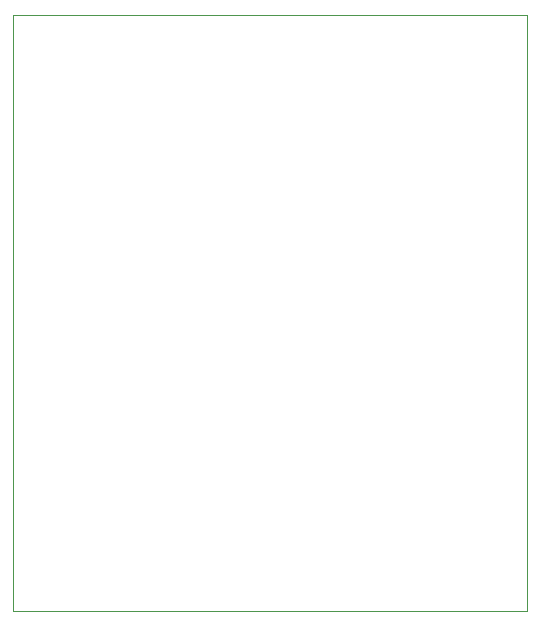
<source format=gbr>
%TF.GenerationSoftware,KiCad,Pcbnew,7.0.11-7.0.11~ubuntu22.04.1*%
%TF.CreationDate,2024-03-09T07:06:09+01:00*%
%TF.ProjectId,elcirc2024,656c6369-7263-4323-9032-342e6b696361,rev?*%
%TF.SameCoordinates,Original*%
%TF.FileFunction,Profile,NP*%
%FSLAX46Y46*%
G04 Gerber Fmt 4.6, Leading zero omitted, Abs format (unit mm)*
G04 Created by KiCad (PCBNEW 7.0.11-7.0.11~ubuntu22.04.1) date 2024-03-09 07:06:09*
%MOMM*%
%LPD*%
G01*
G04 APERTURE LIST*
%TA.AperFunction,Profile*%
%ADD10C,0.100000*%
%TD*%
G04 APERTURE END LIST*
D10*
X75000000Y-54250000D02*
X118500000Y-54250000D01*
X118500000Y-104750000D01*
X75000000Y-104750000D01*
X75000000Y-54250000D01*
M02*

</source>
